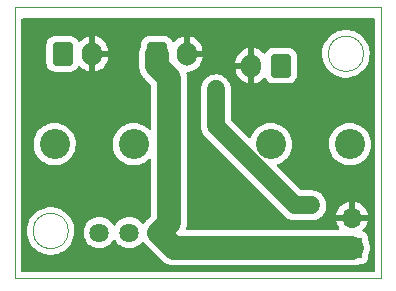
<source format=gbl>
G04 #@! TF.GenerationSoftware,KiCad,Pcbnew,(6.0.0)*
G04 #@! TF.CreationDate,2022-01-28T16:52:25+09:00*
G04 #@! TF.ProjectId,power_module_new_clube_member,706f7765-725f-46d6-9f64-756c655f6e65,rev?*
G04 #@! TF.SameCoordinates,Original*
G04 #@! TF.FileFunction,Copper,L2,Bot*
G04 #@! TF.FilePolarity,Positive*
%FSLAX46Y46*%
G04 Gerber Fmt 4.6, Leading zero omitted, Abs format (unit mm)*
G04 Created by KiCad (PCBNEW (6.0.0)) date 2022-01-28 16:52:25*
%MOMM*%
%LPD*%
G01*
G04 APERTURE LIST*
G04 Aperture macros list*
%AMRoundRect*
0 Rectangle with rounded corners*
0 $1 Rounding radius*
0 $2 $3 $4 $5 $6 $7 $8 $9 X,Y pos of 4 corners*
0 Add a 4 corners polygon primitive as box body*
4,1,4,$2,$3,$4,$5,$6,$7,$8,$9,$2,$3,0*
0 Add four circle primitives for the rounded corners*
1,1,$1+$1,$2,$3*
1,1,$1+$1,$4,$5*
1,1,$1+$1,$6,$7*
1,1,$1+$1,$8,$9*
0 Add four rect primitives between the rounded corners*
20,1,$1+$1,$2,$3,$4,$5,0*
20,1,$1+$1,$4,$5,$6,$7,0*
20,1,$1+$1,$6,$7,$8,$9,0*
20,1,$1+$1,$8,$9,$2,$3,0*%
G04 Aperture macros list end*
G04 #@! TA.AperFunction,Profile*
%ADD10C,0.050000*%
G04 #@! TD*
G04 #@! TA.AperFunction,ComponentPad*
%ADD11RoundRect,0.250000X0.600000X0.750000X-0.600000X0.750000X-0.600000X-0.750000X0.600000X-0.750000X0*%
G04 #@! TD*
G04 #@! TA.AperFunction,ComponentPad*
%ADD12O,1.700000X2.000000*%
G04 #@! TD*
G04 #@! TA.AperFunction,ComponentPad*
%ADD13RoundRect,0.250000X-0.600000X-0.750000X0.600000X-0.750000X0.600000X0.750000X-0.600000X0.750000X0*%
G04 #@! TD*
G04 #@! TA.AperFunction,ComponentPad*
%ADD14C,1.635000*%
G04 #@! TD*
G04 #@! TA.AperFunction,ComponentPad*
%ADD15C,2.550000*%
G04 #@! TD*
G04 #@! TA.AperFunction,ComponentPad*
%ADD16R,1.700000X1.700000*%
G04 #@! TD*
G04 #@! TA.AperFunction,ComponentPad*
%ADD17O,1.700000X1.700000*%
G04 #@! TD*
G04 #@! TA.AperFunction,ViaPad*
%ADD18C,0.800000*%
G04 #@! TD*
G04 #@! TA.AperFunction,Conductor*
%ADD19C,1.500000*%
G04 #@! TD*
G04 #@! TA.AperFunction,Conductor*
%ADD20C,2.000000*%
G04 #@! TD*
G04 APERTURE END LIST*
D10*
X96000000Y-68500000D02*
X96000000Y-69500000D01*
X127000000Y-68500000D02*
X96000000Y-68500000D01*
X127000000Y-69500000D02*
X127000000Y-68500000D01*
X96000000Y-69500000D02*
X96000000Y-91500000D01*
X127000000Y-91500000D02*
X127000000Y-69500000D01*
X96000000Y-91500000D02*
X127000000Y-91500000D01*
X125500000Y-72500000D02*
G75*
G03*
X125500000Y-72500000I-1500000J0D01*
G01*
X100500000Y-87500000D02*
G75*
G03*
X100500000Y-87500000I-1500000J0D01*
G01*
D11*
X118500000Y-73500000D03*
D12*
X116000000Y-73500000D03*
X102500000Y-72500000D03*
D13*
X100000000Y-72500000D03*
X108000000Y-72500000D03*
D12*
X110500000Y-72500000D03*
D14*
X108202500Y-87630000D03*
X105662500Y-87630000D03*
X103122500Y-87630000D03*
D15*
X106035000Y-80145000D03*
X99335000Y-80145000D03*
X117650000Y-80145000D03*
X124350000Y-80145000D03*
D16*
X124500000Y-88905000D03*
D17*
X124500000Y-86365000D03*
D18*
X100000000Y-84500000D03*
X123000000Y-75500000D03*
X121080000Y-85330000D03*
X113000000Y-75500000D03*
D19*
X113000000Y-78640935D02*
X119689065Y-85330000D01*
X113000000Y-75500000D02*
X113000000Y-78640935D01*
X119689065Y-85330000D02*
X121080000Y-85330000D01*
D20*
X108000000Y-73500000D02*
X108000000Y-72500000D01*
X109020000Y-86812500D02*
X109020000Y-74520000D01*
X108202500Y-87630000D02*
X109020000Y-86812500D01*
X109020000Y-74520000D02*
X108000000Y-73500000D01*
X109477500Y-88905000D02*
X108202500Y-87630000D01*
X124500000Y-88905000D02*
X109477500Y-88905000D01*
G04 #@! TA.AperFunction,Conductor*
G36*
X126434121Y-69520002D02*
G01*
X126480614Y-69573658D01*
X126492000Y-69626000D01*
X126492000Y-90866000D01*
X126471998Y-90934121D01*
X126418342Y-90980614D01*
X126366000Y-90992000D01*
X96634000Y-90992000D01*
X96565879Y-90971998D01*
X96519386Y-90918342D01*
X96508000Y-90866000D01*
X96508000Y-87478924D01*
X96987418Y-87478924D01*
X96987835Y-87486150D01*
X97003179Y-87752257D01*
X97004004Y-87756462D01*
X97004005Y-87756470D01*
X97025583Y-87866452D01*
X97055889Y-88020923D01*
X97057276Y-88024974D01*
X97142582Y-88274134D01*
X97144573Y-88279950D01*
X97196065Y-88382331D01*
X97222464Y-88434818D01*
X97267591Y-88524544D01*
X97270017Y-88528073D01*
X97270020Y-88528079D01*
X97355749Y-88652814D01*
X97422666Y-88750179D01*
X97425553Y-88753352D01*
X97425554Y-88753353D01*
X97449418Y-88779579D01*
X97606929Y-88952681D01*
X97816969Y-89128302D01*
X98048901Y-89273792D01*
X98052803Y-89275554D01*
X98052807Y-89275556D01*
X98294520Y-89384694D01*
X98294524Y-89384696D01*
X98298432Y-89386460D01*
X98302551Y-89387680D01*
X98556832Y-89463002D01*
X98556837Y-89463003D01*
X98560945Y-89464220D01*
X98565179Y-89464868D01*
X98565184Y-89464869D01*
X98827340Y-89504984D01*
X98827342Y-89504984D01*
X98831582Y-89505633D01*
X98970913Y-89507822D01*
X99101045Y-89509867D01*
X99101051Y-89509867D01*
X99105336Y-89509934D01*
X99377141Y-89477042D01*
X99641967Y-89407566D01*
X99894914Y-89302792D01*
X100131301Y-89164658D01*
X100346754Y-88995722D01*
X100391539Y-88949508D01*
X100534303Y-88802186D01*
X100537286Y-88799108D01*
X100539819Y-88795660D01*
X100539823Y-88795655D01*
X100696834Y-88581909D01*
X100699372Y-88578454D01*
X100701418Y-88574686D01*
X100827962Y-88341621D01*
X100827963Y-88341619D01*
X100830012Y-88337845D01*
X100926789Y-88081732D01*
X100987912Y-87814854D01*
X100988498Y-87808295D01*
X101004411Y-87630000D01*
X101791435Y-87630000D01*
X101811657Y-87861137D01*
X101813081Y-87866450D01*
X101813081Y-87866452D01*
X101849795Y-88003469D01*
X101871708Y-88085251D01*
X101874030Y-88090232D01*
X101874031Y-88090233D01*
X101965349Y-88286063D01*
X101969764Y-88295532D01*
X102102845Y-88485592D01*
X102266908Y-88649655D01*
X102271416Y-88652812D01*
X102271419Y-88652814D01*
X102298754Y-88671954D01*
X102456967Y-88782736D01*
X102461949Y-88785059D01*
X102461954Y-88785062D01*
X102616735Y-88857237D01*
X102667249Y-88880792D01*
X102672557Y-88882214D01*
X102672559Y-88882215D01*
X102886048Y-88939419D01*
X102886050Y-88939419D01*
X102891363Y-88940843D01*
X103122500Y-88961065D01*
X103353637Y-88940843D01*
X103358950Y-88939419D01*
X103358952Y-88939419D01*
X103572441Y-88882215D01*
X103572443Y-88882214D01*
X103577751Y-88880792D01*
X103628265Y-88857237D01*
X103783046Y-88785062D01*
X103783051Y-88785059D01*
X103788033Y-88782736D01*
X103946246Y-88671954D01*
X103973581Y-88652814D01*
X103973584Y-88652812D01*
X103978092Y-88649655D01*
X104142155Y-88485592D01*
X104275236Y-88295532D01*
X104277559Y-88290551D01*
X104277563Y-88290544D01*
X104278307Y-88288948D01*
X104278822Y-88288363D01*
X104280314Y-88285779D01*
X104280833Y-88286079D01*
X104325225Y-88235664D01*
X104393503Y-88216205D01*
X104461463Y-88236749D01*
X104504193Y-88286063D01*
X104504686Y-88285779D01*
X104506162Y-88288335D01*
X104506693Y-88288948D01*
X104507437Y-88290544D01*
X104507441Y-88290551D01*
X104509764Y-88295532D01*
X104642845Y-88485592D01*
X104806908Y-88649655D01*
X104811416Y-88652812D01*
X104811419Y-88652814D01*
X104838754Y-88671954D01*
X104996967Y-88782736D01*
X105001949Y-88785059D01*
X105001954Y-88785062D01*
X105156735Y-88857237D01*
X105207249Y-88880792D01*
X105212557Y-88882214D01*
X105212559Y-88882215D01*
X105426048Y-88939419D01*
X105426050Y-88939419D01*
X105431363Y-88940843D01*
X105662500Y-88961065D01*
X105893637Y-88940843D01*
X105898950Y-88939419D01*
X105898952Y-88939419D01*
X106112441Y-88882215D01*
X106112443Y-88882214D01*
X106117751Y-88880792D01*
X106168265Y-88857237D01*
X106323046Y-88785062D01*
X106323051Y-88785059D01*
X106328033Y-88782736D01*
X106486246Y-88671954D01*
X106513581Y-88652814D01*
X106513584Y-88652812D01*
X106518092Y-88649655D01*
X106682155Y-88485592D01*
X106717707Y-88434818D01*
X106773163Y-88390489D01*
X106843783Y-88383180D01*
X106907143Y-88415210D01*
X106923878Y-88434456D01*
X106924134Y-88434818D01*
X106953366Y-88476258D01*
X106955836Y-88479893D01*
X107003900Y-88553341D01*
X107003909Y-88553352D01*
X107006674Y-88557578D01*
X107010082Y-88561310D01*
X107010084Y-88561313D01*
X107019170Y-88571263D01*
X107029080Y-88583588D01*
X107039774Y-88598747D01*
X107059409Y-88620250D01*
X107109075Y-88669916D01*
X107113026Y-88674049D01*
X107170358Y-88736836D01*
X107174321Y-88739977D01*
X107191846Y-88753867D01*
X107202677Y-88763518D01*
X108393842Y-89954684D01*
X108396296Y-89957206D01*
X108464832Y-90029681D01*
X108468849Y-90032752D01*
X108468852Y-90032755D01*
X108527261Y-90077412D01*
X108532393Y-90081554D01*
X108567088Y-90111081D01*
X108592220Y-90132470D01*
X108596546Y-90135090D01*
X108596553Y-90135095D01*
X108620324Y-90149491D01*
X108631571Y-90157163D01*
X108657674Y-90177120D01*
X108726916Y-90214247D01*
X108732637Y-90217510D01*
X108799857Y-90258220D01*
X108830334Y-90270534D01*
X108842650Y-90276303D01*
X108871609Y-90291831D01*
X108945933Y-90317423D01*
X108952061Y-90319714D01*
X108984406Y-90332782D01*
X109020233Y-90347258D01*
X109020237Y-90347259D01*
X109024929Y-90349155D01*
X109029868Y-90350277D01*
X109029871Y-90350278D01*
X109056960Y-90356432D01*
X109070059Y-90360163D01*
X109101131Y-90370862D01*
X109178600Y-90384243D01*
X109185004Y-90385523D01*
X109261644Y-90402935D01*
X109294453Y-90404999D01*
X109307953Y-90406585D01*
X109340336Y-90412179D01*
X109344293Y-90412359D01*
X109344296Y-90412359D01*
X109368006Y-90413436D01*
X109368025Y-90413436D01*
X109369425Y-90413500D01*
X109425607Y-90413500D01*
X109433518Y-90413749D01*
X109503912Y-90418178D01*
X109545491Y-90414101D01*
X109557787Y-90413500D01*
X124561001Y-90413500D01*
X124563509Y-90413298D01*
X124563514Y-90413298D01*
X124736924Y-90399346D01*
X124736929Y-90399345D01*
X124741965Y-90398940D01*
X124746873Y-90397734D01*
X124746876Y-90397734D01*
X124972792Y-90342244D01*
X124977706Y-90341037D01*
X124982358Y-90339062D01*
X124982362Y-90339061D01*
X125136776Y-90273516D01*
X125186008Y-90263500D01*
X125398134Y-90263500D01*
X125460316Y-90256745D01*
X125596705Y-90205615D01*
X125713261Y-90118261D01*
X125800615Y-90001705D01*
X125851745Y-89865316D01*
X125858500Y-89803134D01*
X125858500Y-89598793D01*
X125866869Y-89553639D01*
X125950020Y-89337022D01*
X125950021Y-89337018D01*
X125951833Y-89332298D01*
X125964056Y-89273792D01*
X126000440Y-89099631D01*
X126000440Y-89099627D01*
X126001474Y-89094680D01*
X126012486Y-88852183D01*
X126006345Y-88799108D01*
X125985167Y-88616071D01*
X125985166Y-88616067D01*
X125984585Y-88611044D01*
X125981106Y-88598747D01*
X125924976Y-88400388D01*
X125918490Y-88377468D01*
X125916356Y-88372892D01*
X125916354Y-88372886D01*
X125870305Y-88274134D01*
X125858500Y-88220884D01*
X125858500Y-88006866D01*
X125851745Y-87944684D01*
X125800615Y-87808295D01*
X125713261Y-87691739D01*
X125596705Y-87604385D01*
X125477687Y-87559767D01*
X125420923Y-87517125D01*
X125396223Y-87450564D01*
X125411430Y-87381215D01*
X125432977Y-87352535D01*
X125534052Y-87251812D01*
X125540730Y-87243965D01*
X125665003Y-87071020D01*
X125670313Y-87062183D01*
X125764670Y-86871267D01*
X125768469Y-86861672D01*
X125830377Y-86657910D01*
X125832555Y-86647837D01*
X125833986Y-86636962D01*
X125831775Y-86622778D01*
X125818617Y-86619000D01*
X123183225Y-86619000D01*
X123169694Y-86622973D01*
X123168257Y-86632966D01*
X123198565Y-86767446D01*
X123201645Y-86777275D01*
X123281770Y-86974603D01*
X123286413Y-86983794D01*
X123397694Y-87165388D01*
X123403772Y-87173692D01*
X123416168Y-87188002D01*
X123445651Y-87252587D01*
X123435537Y-87322860D01*
X123389036Y-87376508D01*
X123320931Y-87396500D01*
X110592134Y-87396500D01*
X110524013Y-87376498D01*
X110477520Y-87322842D01*
X110467416Y-87252568D01*
X110469266Y-87242583D01*
X110471437Y-87233028D01*
X110475169Y-87219925D01*
X110484216Y-87193649D01*
X110485862Y-87188869D01*
X110486722Y-87183889D01*
X110486725Y-87183878D01*
X110499238Y-87111435D01*
X110500530Y-87104967D01*
X110516815Y-87033288D01*
X110516816Y-87033279D01*
X110517935Y-87028355D01*
X110519999Y-86995549D01*
X110521586Y-86982045D01*
X110527179Y-86949664D01*
X110528500Y-86920575D01*
X110528500Y-86864392D01*
X110528749Y-86856480D01*
X110532860Y-86791141D01*
X110533178Y-86786087D01*
X110529101Y-86744506D01*
X110528500Y-86732211D01*
X110528500Y-78588021D01*
X111737521Y-78588021D01*
X111738399Y-78606640D01*
X111741360Y-78669423D01*
X111741500Y-78675359D01*
X111741500Y-78697934D01*
X111741750Y-78700731D01*
X111743819Y-78723923D01*
X111744178Y-78729183D01*
X111748104Y-78812423D01*
X111749354Y-78817882D01*
X111749355Y-78817887D01*
X111752108Y-78829905D01*
X111754789Y-78846834D01*
X111756383Y-78864697D01*
X111757865Y-78870113D01*
X111757865Y-78870115D01*
X111778370Y-78945068D01*
X111779656Y-78950186D01*
X111798258Y-79031405D01*
X111800460Y-79036567D01*
X111805294Y-79047902D01*
X111810927Y-79064077D01*
X111815663Y-79081386D01*
X111818079Y-79086451D01*
X111851539Y-79156602D01*
X111853710Y-79161411D01*
X111886397Y-79238044D01*
X111896251Y-79253045D01*
X111904654Y-79267960D01*
X111912378Y-79284153D01*
X111915648Y-79288704D01*
X111915650Y-79288707D01*
X111960999Y-79351816D01*
X111963989Y-79356167D01*
X112007196Y-79421945D01*
X112007202Y-79421953D01*
X112009735Y-79425809D01*
X112028257Y-79446597D01*
X112036490Y-79456874D01*
X112043471Y-79466589D01*
X112047498Y-79470491D01*
X112120255Y-79540998D01*
X112121665Y-79542387D01*
X118734540Y-86155263D01*
X118745407Y-86167653D01*
X118758942Y-86185292D01*
X118811781Y-86233372D01*
X118819239Y-86240158D01*
X118823534Y-86244257D01*
X118839475Y-86260198D01*
X118859501Y-86276942D01*
X118863456Y-86280392D01*
X118925101Y-86336485D01*
X118929855Y-86339467D01*
X118940295Y-86346016D01*
X118954155Y-86356085D01*
X118967918Y-86367593D01*
X118972799Y-86370377D01*
X119040283Y-86408869D01*
X119044813Y-86411579D01*
X119115409Y-86455864D01*
X119120613Y-86457956D01*
X119132048Y-86462553D01*
X119147478Y-86470012D01*
X119158184Y-86476119D01*
X119158193Y-86476123D01*
X119163058Y-86478898D01*
X119241603Y-86506712D01*
X119246515Y-86508568D01*
X119323848Y-86539656D01*
X119341426Y-86543296D01*
X119357919Y-86547902D01*
X119374824Y-86553888D01*
X119380358Y-86554794D01*
X119380361Y-86554795D01*
X119457042Y-86567352D01*
X119462214Y-86568311D01*
X119543832Y-86585213D01*
X119559463Y-86586114D01*
X119571628Y-86586816D01*
X119584734Y-86588263D01*
X119590979Y-86589286D01*
X119590986Y-86589287D01*
X119596522Y-86590193D01*
X119602136Y-86590105D01*
X119602138Y-86590105D01*
X119703295Y-86588516D01*
X119705274Y-86588500D01*
X121136999Y-86588500D01*
X121139786Y-86588251D01*
X121139792Y-86588251D01*
X121209929Y-86581991D01*
X121303762Y-86573617D01*
X121309176Y-86572136D01*
X121309181Y-86572135D01*
X121439163Y-86536575D01*
X121520451Y-86514337D01*
X121525509Y-86511925D01*
X121525513Y-86511923D01*
X121638656Y-86457956D01*
X121723218Y-86417622D01*
X121905654Y-86286529D01*
X122061992Y-86125201D01*
X122079475Y-86099183D01*
X123164389Y-86099183D01*
X123165912Y-86107607D01*
X123178292Y-86111000D01*
X124227885Y-86111000D01*
X124243124Y-86106525D01*
X124244329Y-86105135D01*
X124246000Y-86097452D01*
X124246000Y-86092885D01*
X124754000Y-86092885D01*
X124758475Y-86108124D01*
X124759865Y-86109329D01*
X124767548Y-86111000D01*
X125818344Y-86111000D01*
X125831875Y-86107027D01*
X125833180Y-86097947D01*
X125791214Y-85930875D01*
X125787894Y-85921124D01*
X125702972Y-85725814D01*
X125698105Y-85716739D01*
X125582426Y-85537926D01*
X125576136Y-85529757D01*
X125432806Y-85372240D01*
X125425273Y-85365215D01*
X125258139Y-85233222D01*
X125249552Y-85227517D01*
X125063117Y-85124599D01*
X125053705Y-85120369D01*
X124852959Y-85049280D01*
X124842988Y-85046646D01*
X124771837Y-85033972D01*
X124758540Y-85035432D01*
X124754000Y-85049989D01*
X124754000Y-86092885D01*
X124246000Y-86092885D01*
X124246000Y-85048102D01*
X124242082Y-85034758D01*
X124227806Y-85032771D01*
X124189324Y-85038660D01*
X124179288Y-85041051D01*
X123976868Y-85107212D01*
X123967359Y-85111209D01*
X123778463Y-85209542D01*
X123769738Y-85215036D01*
X123599433Y-85342905D01*
X123591726Y-85349748D01*
X123444590Y-85503717D01*
X123438104Y-85511727D01*
X123318098Y-85687649D01*
X123313000Y-85696623D01*
X123223338Y-85889783D01*
X123219775Y-85899470D01*
X123164389Y-86099183D01*
X122079475Y-86099183D01*
X122187290Y-85938738D01*
X122277588Y-85733033D01*
X122281058Y-85718582D01*
X122328722Y-85520046D01*
X122328722Y-85520045D01*
X122330032Y-85514589D01*
X122342963Y-85290310D01*
X122315975Y-85067285D01*
X122249918Y-84852565D01*
X122146882Y-84652936D01*
X122010123Y-84474708D01*
X121843964Y-84323515D01*
X121839217Y-84320537D01*
X121839214Y-84320535D01*
X121658405Y-84207115D01*
X121653656Y-84204136D01*
X121445217Y-84120344D01*
X121225233Y-84074787D01*
X121220622Y-84074521D01*
X121220621Y-84074521D01*
X121170048Y-84071605D01*
X121170044Y-84071605D01*
X121168225Y-84071500D01*
X120262543Y-84071500D01*
X120194422Y-84051498D01*
X120173448Y-84034595D01*
X118183144Y-82044291D01*
X118149118Y-81981979D01*
X118154183Y-81911164D01*
X118196730Y-81854328D01*
X118230166Y-81836617D01*
X118232279Y-81836061D01*
X118257078Y-81825407D01*
X118471544Y-81733265D01*
X118471546Y-81733264D01*
X118475838Y-81731420D01*
X118575458Y-81669773D01*
X118697282Y-81594387D01*
X118697286Y-81594384D01*
X118701255Y-81591928D01*
X118903577Y-81420649D01*
X118939119Y-81380121D01*
X119075278Y-81224862D01*
X119075281Y-81224857D01*
X119078360Y-81221347D01*
X119221765Y-80998399D01*
X119330641Y-80756703D01*
X119402596Y-80501570D01*
X119436050Y-80238603D01*
X119438501Y-80145000D01*
X119435022Y-80098183D01*
X122562112Y-80098183D01*
X122562336Y-80102850D01*
X122562336Y-80102855D01*
X122568471Y-80230573D01*
X122574830Y-80362963D01*
X122626546Y-80622956D01*
X122628125Y-80627354D01*
X122628127Y-80627361D01*
X122672949Y-80752200D01*
X122716123Y-80872449D01*
X122841594Y-81105961D01*
X122844389Y-81109705D01*
X122844391Y-81109707D01*
X122917302Y-81207346D01*
X123000201Y-81318362D01*
X123003510Y-81321642D01*
X123003515Y-81321648D01*
X123106430Y-81423668D01*
X123188462Y-81504987D01*
X123192224Y-81507745D01*
X123192227Y-81507748D01*
X123302918Y-81588910D01*
X123402239Y-81661735D01*
X123406382Y-81663915D01*
X123406384Y-81663916D01*
X123632687Y-81782980D01*
X123632692Y-81782982D01*
X123636837Y-81785163D01*
X123641260Y-81786708D01*
X123641261Y-81786708D01*
X123785998Y-81837252D01*
X123887102Y-81872559D01*
X123891695Y-81873431D01*
X124142947Y-81921133D01*
X124142950Y-81921133D01*
X124147536Y-81922004D01*
X124273411Y-81926950D01*
X124407750Y-81932228D01*
X124407755Y-81932228D01*
X124412418Y-81932411D01*
X124515397Y-81921133D01*
X124671275Y-81904062D01*
X124671280Y-81904061D01*
X124675928Y-81903552D01*
X124799506Y-81871017D01*
X124927756Y-81837252D01*
X124927759Y-81837251D01*
X124932279Y-81836061D01*
X124936576Y-81834215D01*
X125171544Y-81733265D01*
X125171546Y-81733264D01*
X125175838Y-81731420D01*
X125275458Y-81669773D01*
X125397282Y-81594387D01*
X125397286Y-81594384D01*
X125401255Y-81591928D01*
X125603577Y-81420649D01*
X125639119Y-81380121D01*
X125775278Y-81224862D01*
X125775281Y-81224857D01*
X125778360Y-81221347D01*
X125921765Y-80998399D01*
X126030641Y-80756703D01*
X126102596Y-80501570D01*
X126136050Y-80238603D01*
X126138501Y-80145000D01*
X126118856Y-79880643D01*
X126060352Y-79622093D01*
X126058659Y-79617739D01*
X125965968Y-79379383D01*
X125965967Y-79379380D01*
X125964275Y-79375030D01*
X125832735Y-79144883D01*
X125668621Y-78936706D01*
X125475540Y-78755074D01*
X125257733Y-78603975D01*
X125253543Y-78601909D01*
X125253540Y-78601907D01*
X125024172Y-78488796D01*
X125024169Y-78488795D01*
X125019984Y-78486731D01*
X124767517Y-78405915D01*
X124623876Y-78382522D01*
X124510490Y-78364056D01*
X124510489Y-78364056D01*
X124505878Y-78363305D01*
X124373347Y-78361570D01*
X124245492Y-78359896D01*
X124245489Y-78359896D01*
X124240815Y-78359835D01*
X123978150Y-78395582D01*
X123973660Y-78396891D01*
X123973654Y-78396892D01*
X123865430Y-78428437D01*
X123723654Y-78469761D01*
X123719407Y-78471719D01*
X123719404Y-78471720D01*
X123689930Y-78485308D01*
X123482918Y-78580742D01*
X123479009Y-78583305D01*
X123265143Y-78723521D01*
X123265138Y-78723525D01*
X123261230Y-78726087D01*
X123257738Y-78729204D01*
X123082644Y-78885481D01*
X123063460Y-78902603D01*
X122893954Y-79106412D01*
X122756434Y-79333038D01*
X122754625Y-79337352D01*
X122754624Y-79337354D01*
X122656313Y-79571799D01*
X122653922Y-79577500D01*
X122652771Y-79582032D01*
X122652770Y-79582035D01*
X122589822Y-79829893D01*
X122588670Y-79834430D01*
X122562112Y-80098183D01*
X119435022Y-80098183D01*
X119418856Y-79880643D01*
X119360352Y-79622093D01*
X119358659Y-79617739D01*
X119265968Y-79379383D01*
X119265967Y-79379380D01*
X119264275Y-79375030D01*
X119132735Y-79144883D01*
X118968621Y-78936706D01*
X118775540Y-78755074D01*
X118557733Y-78603975D01*
X118553543Y-78601909D01*
X118553540Y-78601907D01*
X118324172Y-78488796D01*
X118324169Y-78488795D01*
X118319984Y-78486731D01*
X118067517Y-78405915D01*
X117923876Y-78382522D01*
X117810490Y-78364056D01*
X117810489Y-78364056D01*
X117805878Y-78363305D01*
X117673347Y-78361570D01*
X117545492Y-78359896D01*
X117545489Y-78359896D01*
X117540815Y-78359835D01*
X117278150Y-78395582D01*
X117273660Y-78396891D01*
X117273654Y-78396892D01*
X117165430Y-78428437D01*
X117023654Y-78469761D01*
X117019407Y-78471719D01*
X117019404Y-78471720D01*
X116989930Y-78485308D01*
X116782918Y-78580742D01*
X116779009Y-78583305D01*
X116565143Y-78723521D01*
X116565138Y-78723525D01*
X116561230Y-78726087D01*
X116557738Y-78729204D01*
X116382644Y-78885481D01*
X116363460Y-78902603D01*
X116193954Y-79106412D01*
X116056434Y-79333038D01*
X116054625Y-79337352D01*
X116054624Y-79337354D01*
X115956313Y-79571799D01*
X115911524Y-79626885D01*
X115844064Y-79649011D01*
X115775350Y-79631153D01*
X115751021Y-79612168D01*
X114295405Y-78156552D01*
X114261379Y-78094240D01*
X114258500Y-78067457D01*
X114258500Y-75443001D01*
X114255551Y-75409952D01*
X114244116Y-75281833D01*
X114243617Y-75276238D01*
X114184337Y-75059549D01*
X114159832Y-75008172D01*
X114135196Y-74956523D01*
X114087622Y-74856782D01*
X113956529Y-74674346D01*
X113858107Y-74578968D01*
X113799229Y-74521911D01*
X113799226Y-74521909D01*
X113795201Y-74518008D01*
X113608738Y-74392710D01*
X113403033Y-74302412D01*
X113397582Y-74301103D01*
X113397578Y-74301102D01*
X113190046Y-74251278D01*
X113190045Y-74251278D01*
X113184589Y-74249968D01*
X113100525Y-74245121D01*
X112965917Y-74237360D01*
X112965914Y-74237360D01*
X112960310Y-74237037D01*
X112737285Y-74264025D01*
X112522565Y-74330082D01*
X112517585Y-74332652D01*
X112517581Y-74332654D01*
X112372442Y-74407566D01*
X112322936Y-74433118D01*
X112144708Y-74569877D01*
X111993515Y-74736036D01*
X111990537Y-74740783D01*
X111990535Y-74740786D01*
X111917772Y-74856782D01*
X111874136Y-74926344D01*
X111790344Y-75134783D01*
X111744787Y-75354767D01*
X111741500Y-75411775D01*
X111741500Y-78549539D01*
X111740422Y-78565986D01*
X111737521Y-78588021D01*
X110528500Y-78588021D01*
X110528500Y-74544016D01*
X110528549Y-74540498D01*
X110531193Y-74445850D01*
X110531193Y-74445847D01*
X110531334Y-74440795D01*
X110520941Y-74362902D01*
X110520241Y-74356353D01*
X110514346Y-74283077D01*
X110514345Y-74283073D01*
X110513940Y-74278035D01*
X110506101Y-74246122D01*
X110503573Y-74232738D01*
X110503069Y-74228956D01*
X110499229Y-74200180D01*
X110489322Y-74167366D01*
X110488781Y-74096371D01*
X110526709Y-74036354D01*
X110591063Y-74006371D01*
X110605216Y-74005037D01*
X110660766Y-74002951D01*
X110671315Y-74001656D01*
X110886420Y-73956523D01*
X110896617Y-73953463D01*
X111101029Y-73872737D01*
X111110561Y-73868006D01*
X111271751Y-73770193D01*
X114647289Y-73770193D01*
X114656124Y-73874325D01*
X114657914Y-73884797D01*
X114713130Y-74097535D01*
X114716665Y-74107575D01*
X114806937Y-74307970D01*
X114812106Y-74317256D01*
X114934850Y-74499575D01*
X114941519Y-74507870D01*
X115093228Y-74666900D01*
X115101186Y-74673941D01*
X115277525Y-74805141D01*
X115286562Y-74810745D01*
X115482484Y-74910357D01*
X115492335Y-74914357D01*
X115702240Y-74979534D01*
X115712624Y-74981817D01*
X115728043Y-74983861D01*
X115742207Y-74981665D01*
X115746000Y-74968478D01*
X115746000Y-74966192D01*
X116254000Y-74966192D01*
X116257973Y-74979723D01*
X116268580Y-74981248D01*
X116386421Y-74956523D01*
X116396617Y-74953463D01*
X116601029Y-74872737D01*
X116610561Y-74868006D01*
X116798462Y-74753984D01*
X116807052Y-74747720D01*
X116973052Y-74603673D01*
X116980470Y-74596044D01*
X117006391Y-74564431D01*
X117065051Y-74524436D01*
X117136021Y-74522504D01*
X117196770Y-74559248D01*
X117210969Y-74578017D01*
X117301522Y-74724348D01*
X117426697Y-74849305D01*
X117432927Y-74853145D01*
X117432928Y-74853146D01*
X117570090Y-74937694D01*
X117577262Y-74942115D01*
X117620701Y-74956523D01*
X117738611Y-74995632D01*
X117738613Y-74995632D01*
X117745139Y-74997797D01*
X117751975Y-74998497D01*
X117751978Y-74998498D01*
X117795031Y-75002909D01*
X117849600Y-75008500D01*
X119150400Y-75008500D01*
X119153646Y-75008163D01*
X119153650Y-75008163D01*
X119249308Y-74998238D01*
X119249312Y-74998237D01*
X119256166Y-74997526D01*
X119262702Y-74995345D01*
X119262704Y-74995345D01*
X119394806Y-74951272D01*
X119423946Y-74941550D01*
X119574348Y-74848478D01*
X119699305Y-74723303D01*
X119703146Y-74717072D01*
X119788275Y-74578968D01*
X119788276Y-74578966D01*
X119792115Y-74572738D01*
X119837360Y-74436328D01*
X119845632Y-74411389D01*
X119845632Y-74411387D01*
X119847797Y-74404861D01*
X119849558Y-74387680D01*
X119857724Y-74307970D01*
X119858500Y-74300400D01*
X119858500Y-72699600D01*
X119856502Y-72680342D01*
X119848238Y-72600692D01*
X119848237Y-72600688D01*
X119847526Y-72593834D01*
X119817050Y-72502485D01*
X119809189Y-72478924D01*
X121987418Y-72478924D01*
X121987835Y-72486150D01*
X122003179Y-72752257D01*
X122004004Y-72756462D01*
X122004005Y-72756470D01*
X122027291Y-72875159D01*
X122055889Y-73020923D01*
X122057276Y-73024974D01*
X122131965Y-73243124D01*
X122144573Y-73279950D01*
X122146499Y-73283779D01*
X122248824Y-73487229D01*
X122267591Y-73524544D01*
X122270017Y-73528073D01*
X122270020Y-73528079D01*
X122316730Y-73596042D01*
X122422666Y-73750179D01*
X122606929Y-73952681D01*
X122816969Y-74128302D01*
X123048901Y-74273792D01*
X123052803Y-74275554D01*
X123052807Y-74275556D01*
X123294520Y-74384694D01*
X123294524Y-74384696D01*
X123298432Y-74386460D01*
X123302551Y-74387680D01*
X123556832Y-74463002D01*
X123556837Y-74463003D01*
X123560945Y-74464220D01*
X123565179Y-74464868D01*
X123565184Y-74464869D01*
X123827340Y-74504984D01*
X123827342Y-74504984D01*
X123831582Y-74505633D01*
X123970913Y-74507822D01*
X124101045Y-74509867D01*
X124101051Y-74509867D01*
X124105336Y-74509934D01*
X124377141Y-74477042D01*
X124627395Y-74411389D01*
X124637824Y-74408653D01*
X124637825Y-74408653D01*
X124641967Y-74407566D01*
X124894914Y-74302792D01*
X125061932Y-74205194D01*
X125127598Y-74166822D01*
X125127599Y-74166821D01*
X125131301Y-74164658D01*
X125346754Y-73995722D01*
X125360377Y-73981665D01*
X125494465Y-73843296D01*
X125537286Y-73799108D01*
X125539819Y-73795660D01*
X125539823Y-73795655D01*
X125696834Y-73581909D01*
X125699372Y-73578454D01*
X125725829Y-73529727D01*
X125827962Y-73341621D01*
X125827963Y-73341619D01*
X125830012Y-73337845D01*
X125926789Y-73081732D01*
X125967613Y-72903483D01*
X125986954Y-72819038D01*
X125986955Y-72819034D01*
X125987912Y-72814854D01*
X125990814Y-72782345D01*
X126012031Y-72544616D01*
X126012251Y-72542151D01*
X126012692Y-72500000D01*
X126010964Y-72474653D01*
X125994362Y-72231123D01*
X125994361Y-72231117D01*
X125994070Y-72226846D01*
X125979545Y-72156704D01*
X125956730Y-72046537D01*
X125938550Y-71958747D01*
X125847157Y-71700664D01*
X125844958Y-71696402D01*
X125723550Y-71461178D01*
X125723549Y-71461177D01*
X125721585Y-71457371D01*
X125719122Y-71453866D01*
X125566619Y-71236877D01*
X125566614Y-71236871D01*
X125564155Y-71233372D01*
X125426877Y-71085643D01*
X125380703Y-71035954D01*
X125380700Y-71035951D01*
X125377782Y-71032811D01*
X125374466Y-71030097D01*
X125374463Y-71030094D01*
X125169233Y-70862114D01*
X125169226Y-70862109D01*
X125165915Y-70859399D01*
X124932472Y-70716345D01*
X124928555Y-70714626D01*
X124928552Y-70714624D01*
X124818232Y-70666197D01*
X124681775Y-70606297D01*
X124677647Y-70605121D01*
X124677644Y-70605120D01*
X124596557Y-70582022D01*
X124418462Y-70531290D01*
X124414220Y-70530686D01*
X124414214Y-70530685D01*
X124215596Y-70502418D01*
X124147406Y-70492713D01*
X124003671Y-70491961D01*
X123877908Y-70491302D01*
X123877902Y-70491302D01*
X123873622Y-70491280D01*
X123869378Y-70491839D01*
X123869374Y-70491839D01*
X123750397Y-70507503D01*
X123602177Y-70527016D01*
X123598037Y-70528149D01*
X123598035Y-70528149D01*
X123582251Y-70532467D01*
X123338093Y-70599261D01*
X123086257Y-70706678D01*
X122851329Y-70847280D01*
X122847978Y-70849964D01*
X122847976Y-70849966D01*
X122836202Y-70859399D01*
X122637657Y-71018463D01*
X122449194Y-71217062D01*
X122289428Y-71439400D01*
X122161314Y-71681364D01*
X122067225Y-71938477D01*
X122008899Y-72205980D01*
X121987418Y-72478924D01*
X119809189Y-72478924D01*
X119793868Y-72433002D01*
X119791550Y-72426054D01*
X119698478Y-72275652D01*
X119573303Y-72150695D01*
X119537496Y-72128623D01*
X119428968Y-72061725D01*
X119428966Y-72061724D01*
X119422738Y-72057885D01*
X119303498Y-72018335D01*
X119261389Y-72004368D01*
X119261387Y-72004368D01*
X119254861Y-72002203D01*
X119248025Y-72001503D01*
X119248022Y-72001502D01*
X119204969Y-71997091D01*
X119150400Y-71991500D01*
X117849600Y-71991500D01*
X117846354Y-71991837D01*
X117846350Y-71991837D01*
X117750692Y-72001762D01*
X117750688Y-72001763D01*
X117743834Y-72002474D01*
X117737298Y-72004655D01*
X117737296Y-72004655D01*
X117605194Y-72048728D01*
X117576054Y-72058450D01*
X117425652Y-72151522D01*
X117300695Y-72276697D01*
X117296855Y-72282927D01*
X117296854Y-72282928D01*
X117210648Y-72422780D01*
X117157876Y-72470273D01*
X117087804Y-72481697D01*
X117022680Y-72453423D01*
X117012218Y-72443636D01*
X116906766Y-72333094D01*
X116898814Y-72326059D01*
X116722475Y-72194859D01*
X116713438Y-72189255D01*
X116517516Y-72089643D01*
X116507665Y-72085643D01*
X116297760Y-72020466D01*
X116287376Y-72018183D01*
X116271957Y-72016139D01*
X116257793Y-72018335D01*
X116254000Y-72031522D01*
X116254000Y-74966192D01*
X115746000Y-74966192D01*
X115746000Y-73772115D01*
X115741525Y-73756876D01*
X115740135Y-73755671D01*
X115732452Y-73754000D01*
X114664030Y-73754000D01*
X114649352Y-73758310D01*
X114647289Y-73770193D01*
X111271751Y-73770193D01*
X111298462Y-73753984D01*
X111307052Y-73747720D01*
X111473052Y-73603673D01*
X111480472Y-73596042D01*
X111619826Y-73426089D01*
X111625850Y-73417322D01*
X111732266Y-73230376D01*
X114642732Y-73230376D01*
X114646475Y-73243124D01*
X114647865Y-73244329D01*
X114655548Y-73246000D01*
X115727885Y-73246000D01*
X115743124Y-73241525D01*
X115744329Y-73240135D01*
X115746000Y-73232452D01*
X115746000Y-72033808D01*
X115742027Y-72020277D01*
X115731420Y-72018752D01*
X115613579Y-72043477D01*
X115603383Y-72046537D01*
X115398971Y-72127263D01*
X115389439Y-72131994D01*
X115201538Y-72246016D01*
X115192948Y-72252280D01*
X115026948Y-72396327D01*
X115019528Y-72403958D01*
X114880174Y-72573911D01*
X114874150Y-72582678D01*
X114765424Y-72773682D01*
X114760959Y-72783346D01*
X114685969Y-72989941D01*
X114683198Y-73000208D01*
X114643877Y-73217655D01*
X114642944Y-73225884D01*
X114642732Y-73230376D01*
X111732266Y-73230376D01*
X111734576Y-73226318D01*
X111739041Y-73216654D01*
X111814031Y-73010059D01*
X111816802Y-72999792D01*
X111856123Y-72782345D01*
X111857056Y-72774116D01*
X111857268Y-72769624D01*
X111853525Y-72756876D01*
X111852135Y-72755671D01*
X111844452Y-72754000D01*
X110372000Y-72754000D01*
X110303879Y-72733998D01*
X110257386Y-72680342D01*
X110246000Y-72628000D01*
X110246000Y-72227885D01*
X110754000Y-72227885D01*
X110758475Y-72243124D01*
X110759865Y-72244329D01*
X110767548Y-72246000D01*
X111835970Y-72246000D01*
X111850648Y-72241690D01*
X111852711Y-72229807D01*
X111843876Y-72125675D01*
X111842086Y-72115203D01*
X111786870Y-71902465D01*
X111783335Y-71892425D01*
X111693063Y-71692030D01*
X111687894Y-71682744D01*
X111565150Y-71500425D01*
X111558481Y-71492130D01*
X111406772Y-71333100D01*
X111398814Y-71326059D01*
X111222475Y-71194859D01*
X111213438Y-71189255D01*
X111017516Y-71089643D01*
X111007665Y-71085643D01*
X110797760Y-71020466D01*
X110787376Y-71018183D01*
X110771957Y-71016139D01*
X110757793Y-71018335D01*
X110754000Y-71031522D01*
X110754000Y-72227885D01*
X110246000Y-72227885D01*
X110246000Y-71033808D01*
X110242027Y-71020277D01*
X110231420Y-71018752D01*
X110113579Y-71043477D01*
X110103383Y-71046537D01*
X109898971Y-71127263D01*
X109889439Y-71131994D01*
X109701538Y-71246016D01*
X109692948Y-71252280D01*
X109526948Y-71396327D01*
X109519530Y-71403956D01*
X109493609Y-71435569D01*
X109434949Y-71475564D01*
X109363979Y-71477496D01*
X109303230Y-71440752D01*
X109289030Y-71421982D01*
X109202332Y-71281880D01*
X109198478Y-71275652D01*
X109073303Y-71150695D01*
X109042965Y-71131994D01*
X108928968Y-71061725D01*
X108928966Y-71061724D01*
X108922738Y-71057885D01*
X108803498Y-71018335D01*
X108761389Y-71004368D01*
X108761387Y-71004368D01*
X108754861Y-71002203D01*
X108748025Y-71001503D01*
X108748022Y-71001502D01*
X108704969Y-70997091D01*
X108650400Y-70991500D01*
X108037812Y-70991500D01*
X108032096Y-70991370D01*
X107947183Y-70987514D01*
X107942163Y-70988095D01*
X107942159Y-70988095D01*
X107919950Y-70990665D01*
X107905468Y-70991500D01*
X107349600Y-70991500D01*
X107346354Y-70991837D01*
X107346350Y-70991837D01*
X107250692Y-71001762D01*
X107250688Y-71001763D01*
X107243834Y-71002474D01*
X107237298Y-71004655D01*
X107237296Y-71004655D01*
X107105194Y-71048728D01*
X107076054Y-71058450D01*
X106925652Y-71151522D01*
X106800695Y-71276697D01*
X106796855Y-71282927D01*
X106796854Y-71282928D01*
X106726954Y-71396327D01*
X106707885Y-71427262D01*
X106705581Y-71434209D01*
X106675278Y-71525571D01*
X106652203Y-71595139D01*
X106641500Y-71699600D01*
X106641500Y-71809624D01*
X106626545Y-71869164D01*
X106613169Y-71894109D01*
X106534138Y-72123631D01*
X106522803Y-72189255D01*
X106504754Y-72293752D01*
X106492821Y-72362836D01*
X106491500Y-72391925D01*
X106491500Y-73475984D01*
X106491451Y-73479502D01*
X106488847Y-73572738D01*
X106488666Y-73579205D01*
X106489335Y-73584219D01*
X106499058Y-73657086D01*
X106499759Y-73663647D01*
X106504643Y-73724348D01*
X106506060Y-73741965D01*
X106513897Y-73773870D01*
X106516426Y-73787258D01*
X106520771Y-73819820D01*
X106522232Y-73824661D01*
X106522233Y-73824663D01*
X106543478Y-73895029D01*
X106545219Y-73901390D01*
X106563963Y-73977706D01*
X106572789Y-73998498D01*
X106576801Y-74007951D01*
X106581438Y-74020761D01*
X106590933Y-74052208D01*
X106593151Y-74056756D01*
X106593154Y-74056763D01*
X106625371Y-74122818D01*
X106628107Y-74128820D01*
X106642195Y-74162009D01*
X106658812Y-74201156D01*
X106661504Y-74205430D01*
X106676319Y-74228956D01*
X106682945Y-74240860D01*
X106697346Y-74270388D01*
X106700265Y-74274525D01*
X106700265Y-74274526D01*
X106742641Y-74334597D01*
X106746301Y-74340086D01*
X106788167Y-74406567D01*
X106791508Y-74410356D01*
X106791512Y-74410362D01*
X106809898Y-74431217D01*
X106818344Y-74441912D01*
X106837274Y-74468747D01*
X106856909Y-74490250D01*
X106896625Y-74529966D01*
X106902044Y-74535736D01*
X106945350Y-74584858D01*
X106945353Y-74584861D01*
X106948698Y-74588655D01*
X106952606Y-74591865D01*
X106952607Y-74591866D01*
X106980989Y-74615179D01*
X106990108Y-74623449D01*
X107474595Y-75107936D01*
X107508621Y-75170248D01*
X107511500Y-75197031D01*
X107511500Y-78793706D01*
X107491498Y-78861827D01*
X107437842Y-78908320D01*
X107367568Y-78918424D01*
X107299167Y-78885481D01*
X107163948Y-78758280D01*
X107160540Y-78755074D01*
X106942733Y-78603975D01*
X106938543Y-78601909D01*
X106938540Y-78601907D01*
X106709172Y-78488796D01*
X106709169Y-78488795D01*
X106704984Y-78486731D01*
X106452517Y-78405915D01*
X106308876Y-78382522D01*
X106195490Y-78364056D01*
X106195489Y-78364056D01*
X106190878Y-78363305D01*
X106058347Y-78361570D01*
X105930492Y-78359896D01*
X105930489Y-78359896D01*
X105925815Y-78359835D01*
X105663150Y-78395582D01*
X105658660Y-78396891D01*
X105658654Y-78396892D01*
X105550430Y-78428437D01*
X105408654Y-78469761D01*
X105404407Y-78471719D01*
X105404404Y-78471720D01*
X105374930Y-78485308D01*
X105167918Y-78580742D01*
X105164009Y-78583305D01*
X104950143Y-78723521D01*
X104950138Y-78723525D01*
X104946230Y-78726087D01*
X104942738Y-78729204D01*
X104767644Y-78885481D01*
X104748460Y-78902603D01*
X104578954Y-79106412D01*
X104441434Y-79333038D01*
X104439625Y-79337352D01*
X104439624Y-79337354D01*
X104341313Y-79571799D01*
X104338922Y-79577500D01*
X104337771Y-79582032D01*
X104337770Y-79582035D01*
X104274822Y-79829893D01*
X104273670Y-79834430D01*
X104247112Y-80098183D01*
X104247336Y-80102850D01*
X104247336Y-80102855D01*
X104253471Y-80230573D01*
X104259830Y-80362963D01*
X104311546Y-80622956D01*
X104313125Y-80627354D01*
X104313127Y-80627361D01*
X104357949Y-80752200D01*
X104401123Y-80872449D01*
X104526594Y-81105961D01*
X104529389Y-81109705D01*
X104529391Y-81109707D01*
X104602302Y-81207346D01*
X104685201Y-81318362D01*
X104688510Y-81321642D01*
X104688515Y-81321648D01*
X104791430Y-81423668D01*
X104873462Y-81504987D01*
X104877224Y-81507745D01*
X104877227Y-81507748D01*
X104987918Y-81588910D01*
X105087239Y-81661735D01*
X105091382Y-81663915D01*
X105091384Y-81663916D01*
X105317687Y-81782980D01*
X105317692Y-81782982D01*
X105321837Y-81785163D01*
X105326260Y-81786708D01*
X105326261Y-81786708D01*
X105470998Y-81837252D01*
X105572102Y-81872559D01*
X105576695Y-81873431D01*
X105827947Y-81921133D01*
X105827950Y-81921133D01*
X105832536Y-81922004D01*
X105958411Y-81926950D01*
X106092750Y-81932228D01*
X106092755Y-81932228D01*
X106097418Y-81932411D01*
X106200397Y-81921133D01*
X106356275Y-81904062D01*
X106356280Y-81904061D01*
X106360928Y-81903552D01*
X106484506Y-81871017D01*
X106612756Y-81837252D01*
X106612759Y-81837251D01*
X106617279Y-81836061D01*
X106621576Y-81834215D01*
X106856544Y-81733265D01*
X106856546Y-81733264D01*
X106860838Y-81731420D01*
X106960458Y-81669773D01*
X107082282Y-81594387D01*
X107082286Y-81594384D01*
X107086255Y-81591928D01*
X107288577Y-81420649D01*
X107291656Y-81417138D01*
X107294996Y-81413856D01*
X107295972Y-81414849D01*
X107350730Y-81380121D01*
X107421726Y-81380549D01*
X107481220Y-81419291D01*
X107510323Y-81484049D01*
X107511500Y-81501229D01*
X107511500Y-86135469D01*
X107491498Y-86203590D01*
X107474595Y-86224564D01*
X107162584Y-86536575D01*
X107158451Y-86540526D01*
X107104155Y-86590105D01*
X107095664Y-86597858D01*
X107092523Y-86601821D01*
X107092522Y-86601822D01*
X107038002Y-86670609D01*
X107035211Y-86674007D01*
X106978306Y-86740870D01*
X106978303Y-86740874D01*
X106975030Y-86744720D01*
X106965415Y-86760595D01*
X106956401Y-86773564D01*
X106944882Y-86788098D01*
X106930509Y-86813816D01*
X106879817Y-86863520D01*
X106810298Y-86877929D01*
X106744025Y-86852465D01*
X106717314Y-86824620D01*
X106682155Y-86774408D01*
X106518092Y-86610345D01*
X106513584Y-86607188D01*
X106513581Y-86607186D01*
X106383092Y-86515817D01*
X106328033Y-86477264D01*
X106323051Y-86474941D01*
X106323046Y-86474938D01*
X106122733Y-86381531D01*
X106122732Y-86381530D01*
X106117751Y-86379208D01*
X106112443Y-86377786D01*
X106112441Y-86377785D01*
X105898952Y-86320581D01*
X105898950Y-86320581D01*
X105893637Y-86319157D01*
X105662500Y-86298935D01*
X105431363Y-86319157D01*
X105426050Y-86320581D01*
X105426048Y-86320581D01*
X105212559Y-86377785D01*
X105212557Y-86377786D01*
X105207249Y-86379208D01*
X105202268Y-86381530D01*
X105202267Y-86381531D01*
X105001949Y-86474941D01*
X105001946Y-86474943D01*
X104996968Y-86477264D01*
X104806908Y-86610345D01*
X104642845Y-86774408D01*
X104509764Y-86964468D01*
X104507442Y-86969447D01*
X104507437Y-86969456D01*
X104506693Y-86971052D01*
X104506178Y-86971637D01*
X104504686Y-86974221D01*
X104504167Y-86973921D01*
X104459775Y-87024336D01*
X104391497Y-87043795D01*
X104323537Y-87023251D01*
X104280807Y-86973937D01*
X104280314Y-86974221D01*
X104278838Y-86971665D01*
X104278307Y-86971052D01*
X104277563Y-86969456D01*
X104277558Y-86969447D01*
X104275236Y-86964468D01*
X104142155Y-86774408D01*
X103978092Y-86610345D01*
X103973584Y-86607188D01*
X103973581Y-86607186D01*
X103843092Y-86515817D01*
X103788033Y-86477264D01*
X103783051Y-86474941D01*
X103783046Y-86474938D01*
X103582733Y-86381531D01*
X103582732Y-86381530D01*
X103577751Y-86379208D01*
X103572443Y-86377786D01*
X103572441Y-86377785D01*
X103358952Y-86320581D01*
X103358950Y-86320581D01*
X103353637Y-86319157D01*
X103122500Y-86298935D01*
X102891363Y-86319157D01*
X102886050Y-86320581D01*
X102886048Y-86320581D01*
X102672559Y-86377785D01*
X102672557Y-86377786D01*
X102667249Y-86379208D01*
X102662268Y-86381530D01*
X102662267Y-86381531D01*
X102461949Y-86474941D01*
X102461946Y-86474943D01*
X102456968Y-86477264D01*
X102266908Y-86610345D01*
X102102845Y-86774408D01*
X101969764Y-86964468D01*
X101967443Y-86969446D01*
X101967441Y-86969449D01*
X101876073Y-87165388D01*
X101871708Y-87174749D01*
X101870286Y-87180057D01*
X101870285Y-87180059D01*
X101817650Y-87376498D01*
X101811657Y-87398863D01*
X101791435Y-87630000D01*
X101004411Y-87630000D01*
X101012031Y-87544616D01*
X101012251Y-87542151D01*
X101012692Y-87500000D01*
X101004273Y-87376508D01*
X100994362Y-87231123D01*
X100994361Y-87231117D01*
X100994070Y-87226846D01*
X100986206Y-87188869D01*
X100956162Y-87043795D01*
X100938550Y-86958747D01*
X100847157Y-86700664D01*
X100839277Y-86685395D01*
X100723550Y-86461178D01*
X100723549Y-86461177D01*
X100721585Y-86457371D01*
X100719122Y-86453866D01*
X100566619Y-86236877D01*
X100566614Y-86236871D01*
X100564155Y-86233372D01*
X100463636Y-86125201D01*
X100380703Y-86035954D01*
X100380700Y-86035951D01*
X100377782Y-86032811D01*
X100374466Y-86030097D01*
X100374463Y-86030094D01*
X100169233Y-85862114D01*
X100169226Y-85862109D01*
X100165915Y-85859399D01*
X99932472Y-85716345D01*
X99928555Y-85714626D01*
X99928552Y-85714624D01*
X99818232Y-85666197D01*
X99681775Y-85606297D01*
X99677647Y-85605121D01*
X99677644Y-85605120D01*
X99596557Y-85582022D01*
X99418462Y-85531290D01*
X99414220Y-85530686D01*
X99414214Y-85530685D01*
X99215596Y-85502418D01*
X99147406Y-85492713D01*
X99003671Y-85491961D01*
X98877908Y-85491302D01*
X98877902Y-85491302D01*
X98873622Y-85491280D01*
X98869378Y-85491839D01*
X98869374Y-85491839D01*
X98750397Y-85507503D01*
X98602177Y-85527016D01*
X98598037Y-85528149D01*
X98598035Y-85528149D01*
X98342238Y-85598127D01*
X98338093Y-85599261D01*
X98086257Y-85706678D01*
X97851329Y-85847280D01*
X97847978Y-85849964D01*
X97847976Y-85849966D01*
X97836202Y-85859399D01*
X97637657Y-86018463D01*
X97553613Y-86107027D01*
X97479343Y-86185292D01*
X97449194Y-86217062D01*
X97289428Y-86439400D01*
X97161314Y-86681364D01*
X97132325Y-86760581D01*
X97074294Y-86919161D01*
X97067225Y-86938477D01*
X97008899Y-87205980D01*
X96987418Y-87478924D01*
X96508000Y-87478924D01*
X96508000Y-80098183D01*
X97547112Y-80098183D01*
X97547336Y-80102850D01*
X97547336Y-80102855D01*
X97553471Y-80230573D01*
X97559830Y-80362963D01*
X97611546Y-80622956D01*
X97613125Y-80627354D01*
X97613127Y-80627361D01*
X97657949Y-80752200D01*
X97701123Y-80872449D01*
X97826594Y-81105961D01*
X97829389Y-81109705D01*
X97829391Y-81109707D01*
X97902302Y-81207346D01*
X97985201Y-81318362D01*
X97988510Y-81321642D01*
X97988515Y-81321648D01*
X98091430Y-81423668D01*
X98173462Y-81504987D01*
X98177224Y-81507745D01*
X98177227Y-81507748D01*
X98287918Y-81588910D01*
X98387239Y-81661735D01*
X98391382Y-81663915D01*
X98391384Y-81663916D01*
X98617687Y-81782980D01*
X98617692Y-81782982D01*
X98621837Y-81785163D01*
X98626260Y-81786708D01*
X98626261Y-81786708D01*
X98770998Y-81837252D01*
X98872102Y-81872559D01*
X98876695Y-81873431D01*
X99127947Y-81921133D01*
X99127950Y-81921133D01*
X99132536Y-81922004D01*
X99258411Y-81926950D01*
X99392750Y-81932228D01*
X99392755Y-81932228D01*
X99397418Y-81932411D01*
X99500397Y-81921133D01*
X99656275Y-81904062D01*
X99656280Y-81904061D01*
X99660928Y-81903552D01*
X99784506Y-81871017D01*
X99912756Y-81837252D01*
X99912759Y-81837251D01*
X99917279Y-81836061D01*
X99921576Y-81834215D01*
X100156544Y-81733265D01*
X100156546Y-81733264D01*
X100160838Y-81731420D01*
X100260458Y-81669773D01*
X100382282Y-81594387D01*
X100382286Y-81594384D01*
X100386255Y-81591928D01*
X100588577Y-81420649D01*
X100624119Y-81380121D01*
X100760278Y-81224862D01*
X100760281Y-81224857D01*
X100763360Y-81221347D01*
X100906765Y-80998399D01*
X101015641Y-80756703D01*
X101087596Y-80501570D01*
X101121050Y-80238603D01*
X101123501Y-80145000D01*
X101103856Y-79880643D01*
X101045352Y-79622093D01*
X101043659Y-79617739D01*
X100950968Y-79379383D01*
X100950967Y-79379380D01*
X100949275Y-79375030D01*
X100817735Y-79144883D01*
X100653621Y-78936706D01*
X100460540Y-78755074D01*
X100242733Y-78603975D01*
X100238543Y-78601909D01*
X100238540Y-78601907D01*
X100009172Y-78488796D01*
X100009169Y-78488795D01*
X100004984Y-78486731D01*
X99752517Y-78405915D01*
X99608876Y-78382522D01*
X99495490Y-78364056D01*
X99495489Y-78364056D01*
X99490878Y-78363305D01*
X99358347Y-78361570D01*
X99230492Y-78359896D01*
X99230489Y-78359896D01*
X99225815Y-78359835D01*
X98963150Y-78395582D01*
X98958660Y-78396891D01*
X98958654Y-78396892D01*
X98850430Y-78428437D01*
X98708654Y-78469761D01*
X98704407Y-78471719D01*
X98704404Y-78471720D01*
X98674930Y-78485308D01*
X98467918Y-78580742D01*
X98464009Y-78583305D01*
X98250143Y-78723521D01*
X98250138Y-78723525D01*
X98246230Y-78726087D01*
X98242738Y-78729204D01*
X98067644Y-78885481D01*
X98048460Y-78902603D01*
X97878954Y-79106412D01*
X97741434Y-79333038D01*
X97739625Y-79337352D01*
X97739624Y-79337354D01*
X97641313Y-79571799D01*
X97638922Y-79577500D01*
X97637771Y-79582032D01*
X97637770Y-79582035D01*
X97574822Y-79829893D01*
X97573670Y-79834430D01*
X97547112Y-80098183D01*
X96508000Y-80098183D01*
X96508000Y-73300400D01*
X98641500Y-73300400D01*
X98652474Y-73406166D01*
X98654655Y-73412702D01*
X98654655Y-73412704D01*
X98693697Y-73529727D01*
X98708450Y-73573946D01*
X98801522Y-73724348D01*
X98926697Y-73849305D01*
X98932927Y-73853145D01*
X98932928Y-73853146D01*
X99070090Y-73937694D01*
X99077262Y-73942115D01*
X99117409Y-73955431D01*
X99238611Y-73995632D01*
X99238613Y-73995632D01*
X99245139Y-73997797D01*
X99251975Y-73998497D01*
X99251978Y-73998498D01*
X99295031Y-74002909D01*
X99349600Y-74008500D01*
X100650400Y-74008500D01*
X100653646Y-74008163D01*
X100653650Y-74008163D01*
X100749308Y-73998238D01*
X100749312Y-73998237D01*
X100756166Y-73997526D01*
X100762702Y-73995345D01*
X100762704Y-73995345D01*
X100900093Y-73949508D01*
X100923946Y-73941550D01*
X101074348Y-73848478D01*
X101199305Y-73723303D01*
X101289353Y-73577220D01*
X101342124Y-73529727D01*
X101412196Y-73518303D01*
X101477320Y-73546577D01*
X101487782Y-73556364D01*
X101593234Y-73666906D01*
X101601186Y-73673941D01*
X101777525Y-73805141D01*
X101786562Y-73810745D01*
X101982484Y-73910357D01*
X101992335Y-73914357D01*
X102202240Y-73979534D01*
X102212624Y-73981817D01*
X102228043Y-73983861D01*
X102242207Y-73981665D01*
X102246000Y-73968478D01*
X102246000Y-73966192D01*
X102754000Y-73966192D01*
X102757973Y-73979723D01*
X102768580Y-73981248D01*
X102886421Y-73956523D01*
X102896617Y-73953463D01*
X103101029Y-73872737D01*
X103110561Y-73868006D01*
X103298462Y-73753984D01*
X103307052Y-73747720D01*
X103473052Y-73603673D01*
X103480472Y-73596042D01*
X103619826Y-73426089D01*
X103625850Y-73417322D01*
X103734576Y-73226318D01*
X103739041Y-73216654D01*
X103814031Y-73010059D01*
X103816802Y-72999792D01*
X103856123Y-72782345D01*
X103857056Y-72774116D01*
X103857268Y-72769624D01*
X103853525Y-72756876D01*
X103852135Y-72755671D01*
X103844452Y-72754000D01*
X102772115Y-72754000D01*
X102756876Y-72758475D01*
X102755671Y-72759865D01*
X102754000Y-72767548D01*
X102754000Y-73966192D01*
X102246000Y-73966192D01*
X102246000Y-72227885D01*
X102754000Y-72227885D01*
X102758475Y-72243124D01*
X102759865Y-72244329D01*
X102767548Y-72246000D01*
X103835970Y-72246000D01*
X103850648Y-72241690D01*
X103852711Y-72229807D01*
X103843876Y-72125675D01*
X103842086Y-72115203D01*
X103786870Y-71902465D01*
X103783335Y-71892425D01*
X103693063Y-71692030D01*
X103687894Y-71682744D01*
X103565150Y-71500425D01*
X103558481Y-71492130D01*
X103406772Y-71333100D01*
X103398814Y-71326059D01*
X103222475Y-71194859D01*
X103213438Y-71189255D01*
X103017516Y-71089643D01*
X103007665Y-71085643D01*
X102797760Y-71020466D01*
X102787376Y-71018183D01*
X102771957Y-71016139D01*
X102757793Y-71018335D01*
X102754000Y-71031522D01*
X102754000Y-72227885D01*
X102246000Y-72227885D01*
X102246000Y-71033808D01*
X102242027Y-71020277D01*
X102231420Y-71018752D01*
X102113579Y-71043477D01*
X102103383Y-71046537D01*
X101898971Y-71127263D01*
X101889439Y-71131994D01*
X101701538Y-71246016D01*
X101692948Y-71252280D01*
X101526948Y-71396327D01*
X101519530Y-71403956D01*
X101493609Y-71435569D01*
X101434949Y-71475564D01*
X101363979Y-71477496D01*
X101303230Y-71440752D01*
X101289030Y-71421982D01*
X101202332Y-71281880D01*
X101198478Y-71275652D01*
X101073303Y-71150695D01*
X101042965Y-71131994D01*
X100928968Y-71061725D01*
X100928966Y-71061724D01*
X100922738Y-71057885D01*
X100803498Y-71018335D01*
X100761389Y-71004368D01*
X100761387Y-71004368D01*
X100754861Y-71002203D01*
X100748025Y-71001503D01*
X100748022Y-71001502D01*
X100704969Y-70997091D01*
X100650400Y-70991500D01*
X99349600Y-70991500D01*
X99346354Y-70991837D01*
X99346350Y-70991837D01*
X99250692Y-71001762D01*
X99250688Y-71001763D01*
X99243834Y-71002474D01*
X99237298Y-71004655D01*
X99237296Y-71004655D01*
X99105194Y-71048728D01*
X99076054Y-71058450D01*
X98925652Y-71151522D01*
X98800695Y-71276697D01*
X98796855Y-71282927D01*
X98796854Y-71282928D01*
X98726954Y-71396327D01*
X98707885Y-71427262D01*
X98705581Y-71434209D01*
X98675278Y-71525571D01*
X98652203Y-71595139D01*
X98641500Y-71699600D01*
X98641500Y-73300400D01*
X96508000Y-73300400D01*
X96508000Y-69626000D01*
X96528002Y-69557879D01*
X96581658Y-69511386D01*
X96634000Y-69500000D01*
X126366000Y-69500000D01*
X126434121Y-69520002D01*
G37*
G04 #@! TD.AperFunction*
M02*

</source>
